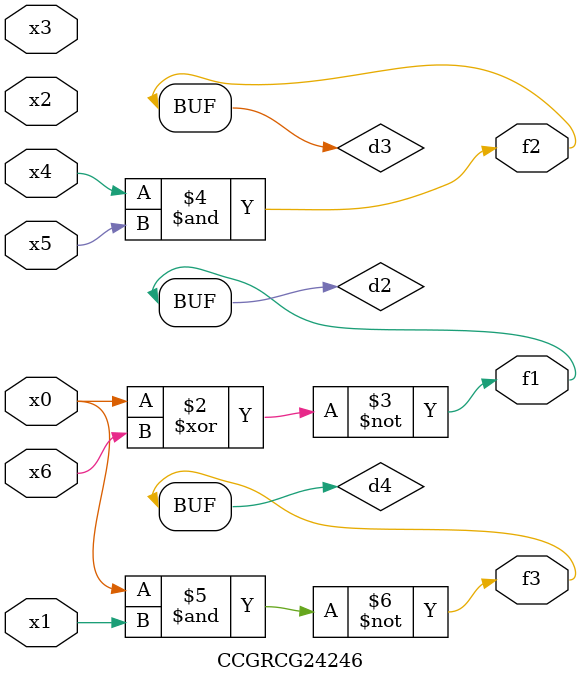
<source format=v>
module CCGRCG24246(
	input x0, x1, x2, x3, x4, x5, x6,
	output f1, f2, f3
);

	wire d1, d2, d3, d4;

	nor (d1, x0);
	xnor (d2, x0, x6);
	and (d3, x4, x5);
	nand (d4, x0, x1);
	assign f1 = d2;
	assign f2 = d3;
	assign f3 = d4;
endmodule

</source>
